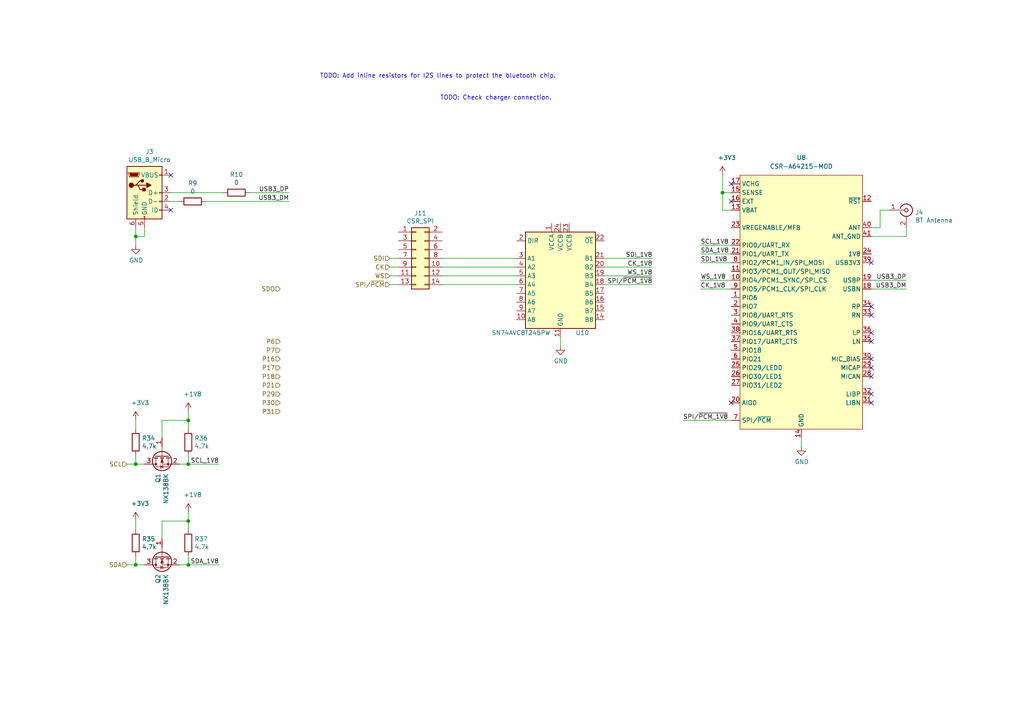
<source format=kicad_sch>
(kicad_sch (version 20201015) (generator eeschema)
  (page 1 7)
  (paper "A4")
  (lib_symbols
    (symbol "Connector:Conn_Coaxial" (pin_names (offset 1.016) hide)
      (property "Reference" "J" (at 0.254 3.048 0))
      (property "Value" "Conn_Coaxial" (at 2.921 0 90))
      (symbol "Conn_Coaxial_0_1"
        (arc (start -1.778 0.508) (end 1.778 0) (radius (at -0.0508 0) (length 1.8034) (angles 163.6 0)) (stroke (width 0.254)))
        (arc (start 1.778 0) (end -1.778 -0.508) (radius (at -0.0254 0) (length 1.8034) (angles 0 -163.8)) (stroke (width 0.254)))
        (circle (center 0 0) (radius 0.508) (stroke (width 0.2032)))
        (polyline (pts (xy -2.54 0) (xy -0.508 0)))
        (polyline (pts (xy 0 -2.54) (xy 0 -1.778)))
      )
      (symbol "Conn_Coaxial_1_1"
        (pin passive line (at -5.08 0 0) (length 2.54) (name "In") (number "1"))
        (pin passive line (at 0 -5.08 90) (length 2.54) (name "Ext") (number "2"))
      )
    )
    (symbol "Connector:USB_B_Micro" (pin_names (offset 1.016))
      (property "Reference" "J" (at -5.08 11.43 0))
      (property "Value" "USB_B_Micro" (at -5.08 8.89 0))
      (symbol "USB_B_Micro_0_1"
        (circle (center -3.81 2.159) (radius 0.635) (stroke (width 0.254)) (fill (type outline)))
        (circle (center -0.635 3.429) (radius 0.381) (stroke (width 0.254)) (fill (type outline)))
        (rectangle (start -5.08 -7.62) (end 5.08 7.62) (stroke (width 0.254)) (fill (type background)))
        (rectangle (start -0.127 -7.62) (end 0.127 -6.858))
        (rectangle (start 0.254 1.27) (end -0.508 0.508) (stroke (width 0.254)) (fill (type outline)))
        (rectangle (start 5.08 -5.207) (end 4.318 -4.953))
        (rectangle (start 5.08 -2.667) (end 4.318 -2.413))
        (rectangle (start 5.08 -0.127) (end 4.318 0.127))
        (rectangle (start 5.08 4.953) (end 4.318 5.207))
        (polyline (pts (xy -1.905 2.159) (xy 0.635 2.159)) (stroke (width 0.254)))
        (polyline (pts (xy -3.175 2.159) (xy -2.54 2.159) (xy -1.27 3.429) (xy -0.635 3.429)) (stroke (width 0.254)))
        (polyline (pts (xy -2.54 2.159) (xy -1.905 2.159) (xy -1.27 0.889) (xy 0 0.889)) (stroke (width 0.254)))
        (polyline (pts (xy 0.635 2.794) (xy 0.635 1.524) (xy 1.905 2.159) (xy 0.635 2.794)) (stroke (width 0.254)) (fill (type outline)))
        (polyline (pts (xy -4.318 5.588) (xy -1.778 5.588) (xy -2.032 4.826) (xy -4.064 4.826) (xy -4.318 5.588)) (fill (type outline)))
        (polyline (pts (xy -4.699 5.842) (xy -4.699 5.588) (xy -4.445 4.826) (xy -4.445 4.572) (xy -1.651 4.572) (xy -1.651 4.826) (xy -1.397 5.588) (xy -1.397 5.842) (xy -4.699 5.842)))
      )
      (symbol "USB_B_Micro_1_1"
        (pin power_out line (at 7.62 5.08 180) (length 2.54) (name "VBUS") (number "1"))
        (pin bidirectional line (at 7.62 -2.54 180) (length 2.54) (name "D-") (number "2"))
        (pin bidirectional line (at 7.62 0 180) (length 2.54) (name "D+") (number "3"))
        (pin passive line (at 7.62 -5.08 180) (length 2.54) (name "ID") (number "4"))
        (pin power_out line (at 0 -10.16 90) (length 2.54) (name "GND") (number "5"))
        (pin passive line (at -2.54 -10.16 90) (length 2.54) (name "Shield") (number "6"))
      )
    )
    (symbol "Connector_Generic:Conn_02x07_Odd_Even" (pin_names (offset 1.016) hide)
      (property "Reference" "J" (at 1.27 10.16 0))
      (property "Value" "Conn_02x07_Odd_Even" (at 1.27 -10.16 0))
      (symbol "Conn_02x07_Odd_Even_1_1"
        (rectangle (start -1.27 -4.953) (end 0 -5.207) (stroke (width 0.1524)))
        (rectangle (start -1.27 -7.493) (end 0 -7.747) (stroke (width 0.1524)))
        (rectangle (start -1.27 -2.413) (end 0 -2.667) (stroke (width 0.1524)))
        (rectangle (start -1.27 2.667) (end 0 2.413) (stroke (width 0.1524)))
        (rectangle (start -1.27 5.207) (end 0 4.953) (stroke (width 0.1524)))
        (rectangle (start -1.27 7.747) (end 0 7.493) (stroke (width 0.1524)))
        (rectangle (start -1.27 8.89) (end 3.81 -8.89) (stroke (width 0.254)) (fill (type background)))
        (rectangle (start -1.27 0.127) (end 0 -0.127) (stroke (width 0.1524)))
        (rectangle (start 3.81 -4.953) (end 2.54 -5.207) (stroke (width 0.1524)))
        (rectangle (start 3.81 -7.493) (end 2.54 -7.747) (stroke (width 0.1524)))
        (rectangle (start 3.81 -2.413) (end 2.54 -2.667) (stroke (width 0.1524)))
        (rectangle (start 3.81 2.667) (end 2.54 2.413) (stroke (width 0.1524)))
        (rectangle (start 3.81 5.207) (end 2.54 4.953) (stroke (width 0.1524)))
        (rectangle (start 3.81 7.747) (end 2.54 7.493) (stroke (width 0.1524)))
        (rectangle (start 3.81 0.127) (end 2.54 -0.127) (stroke (width 0.1524)))
        (pin passive line (at -5.08 7.62 0) (length 3.81) (name "Pin_1") (number "1"))
        (pin passive line (at 7.62 -2.54 180) (length 3.81) (name "Pin_10") (number "10"))
        (pin passive line (at -5.08 -5.08 0) (length 3.81) (name "Pin_11") (number "11"))
        (pin passive line (at 7.62 -5.08 180) (length 3.81) (name "Pin_12") (number "12"))
        (pin passive line (at -5.08 -7.62 0) (length 3.81) (name "Pin_13") (number "13"))
        (pin passive line (at 7.62 -7.62 180) (length 3.81) (name "Pin_14") (number "14"))
        (pin passive line (at 7.62 7.62 180) (length 3.81) (name "Pin_2") (number "2"))
        (pin passive line (at -5.08 5.08 0) (length 3.81) (name "Pin_3") (number "3"))
        (pin passive line (at 7.62 5.08 180) (length 3.81) (name "Pin_4") (number "4"))
        (pin passive line (at -5.08 2.54 0) (length 3.81) (name "Pin_5") (number "5"))
        (pin passive line (at 7.62 2.54 180) (length 3.81) (name "Pin_6") (number "6"))
        (pin passive line (at -5.08 0 0) (length 3.81) (name "Pin_7") (number "7"))
        (pin passive line (at 7.62 0 180) (length 3.81) (name "Pin_8") (number "8"))
        (pin passive line (at -5.08 -2.54 0) (length 3.81) (name "Pin_9") (number "9"))
      )
    )
    (symbol "Device:R" (pin_numbers hide) (pin_names (offset 0))
      (property "Reference" "R" (at 2.032 0 90))
      (property "Value" "R" (at 0 0 90))
      (symbol "R_0_1"
        (rectangle (start -1.016 -2.54) (end 1.016 2.54) (stroke (width 0.254)))
      )
      (symbol "R_1_1"
        (pin passive line (at 0 3.81 270) (length 1.27) (name "~") (number "1"))
        (pin passive line (at 0 -3.81 90) (length 1.27) (name "~") (number "2"))
      )
    )
    (symbol "HackAmp-Symbols:CSR-A64215-MOD"
      (property "Reference" "U" (at -15.24 39.37 0))
      (property "Value" "CSR-A64215-MOD" (at 8.89 39.37 0))
      (symbol "CSR-A64215-MOD_0_1"
        (rectangle (start -17.78 38.1) (end 17.78 -35.56) (fill (type background)))
      )
      (symbol "CSR-A64215-MOD_1_1"
        (pin bidirectional line (at -20.32 2.54 0) (length 2.54) (name "PIO6") (number "1"))
        (pin bidirectional line (at -20.32 0 0) (length 2.54) (name "PIO7") (number "2"))
        (pin bidirectional line (at -20.32 -2.54 0) (length 2.54) (name "PIO8/UART_RTS") (number "3"))
        (pin bidirectional line (at -20.32 -5.08 0) (length 2.54) (name "PIO9/UART_CTS") (number "4"))
        (pin bidirectional line (at -20.32 -12.7 0) (length 2.54) (name "PIO18") (number "5"))
        (pin bidirectional line (at -20.32 -15.24 0) (length 2.54) (name "PIO21") (number "6"))
        (pin input line (at -20.32 -33.02 0) (length 2.54) (name "SPI/~PCM") (number "7"))
        (pin bidirectional line (at -20.32 12.7 0) (length 2.54) (name "PIO2/PCM1_IN/SPI_MOSI") (number "8"))
        (pin bidirectional line (at -20.32 5.08 0) (length 2.54) (name "PIO5/PCM1_CLK/SPI_CLK") (number "9"))
        (pin bidirectional line (at -20.32 7.62 0) (length 2.54) (name "PIO4/PCM1_SYNC/SPI_CS") (number "10"))
        (pin bidirectional line (at -20.32 10.16 0) (length 2.54) (name "PIO3/PCM1_OUT/SPI_MISO") (number "11"))
        (pin input line (at 20.32 30.48 180) (length 2.54) (name "~RST") (number "12"))
        (pin power_in line (at -20.32 27.94 0) (length 2.54) (name "VBAT") (number "13"))
        (pin power_in line (at 0 -38.1 90) (length 2.54) (name "GND") (number "14"))
        (pin bidirectional line (at 20.32 5.08 180) (length 2.54) (name "USBN") (number "18"))
        (pin bidirectional line (at -20.32 22.86 0) (length 2.54) (name "VREGENABLE/MFB") (number "23"))
        (pin power_out line (at 20.32 15.24 180) (length 2.54) (name "1V8") (number "24"))
        (pin output line (at -20.32 -17.78 0) (length 2.54) (name "PIO29/LED0") (number "25"))
        (pin output line (at -20.32 -20.32 0) (length 2.54) (name "PIO30/LED1") (number "26"))
        (pin output line (at -20.32 -22.86 0) (length 2.54) (name "PIO31/LED2") (number "27"))
        (pin bidirectional line (at 20.32 -20.32 180) (length 2.54) (name "MICAN") (number "28"))
        (pin bidirectional line (at 20.32 -17.78 180) (length 2.54) (name "MICAP") (number "29"))
        (pin bidirectional line (at 20.32 -15.24 180) (length 2.54) (name "MIC_BIAS") (number "30"))
        (pin bidirectional line (at 20.32 -27.94 180) (length 2.54) (name "LIBN") (number "31"))
        (pin bidirectional line (at 20.32 -25.4 180) (length 2.54) (name "LIBP") (number "32"))
        (pin bidirectional line (at 20.32 -2.54 180) (length 2.54) (name "RN") (number "33"))
        (pin bidirectional line (at 20.32 0 180) (length 2.54) (name "RP") (number "34"))
        (pin bidirectional line (at 20.32 -10.16 180) (length 2.54) (name "LN") (number "35"))
        (pin bidirectional line (at 20.32 -7.62 180) (length 2.54) (name "LP") (number "36"))
        (pin bidirectional line (at -20.32 -10.16 0) (length 2.54) (name "PIO17/UART_CTS") (number "37"))
        (pin bidirectional line (at -20.32 -7.62 0) (length 2.54) (name "PIO16/UART_RTS") (number "38"))
        (pin power_out line (at 20.32 12.7 180) (length 2.54) (name "USB3V3") (number "39"))
        (pin passive line (at 20.32 22.86 180) (length 2.54) (name "ANT") (number "40"))
        (pin passive line (at 20.32 20.32 180) (length 2.54) (name "ANT_GND") (number "41"))
        (pin power_in line (at -20.32 35.56 0) (length 2.54) (name "VCHG") (number "17"))
        (pin output line (at -20.32 30.48 0) (length 2.54) (name "EXT") (number "16"))
        (pin input line (at -20.32 33.02 0) (length 2.54) (name "SENSE") (number "15"))
        (pin bidirectional line (at 20.32 7.62 180) (length 2.54) (name "USBP") (number "19"))
        (pin power_in line (at -20.32 -27.94 0) (length 2.54) (name "AIO0") (number "20"))
        (pin bidirectional line (at -20.32 15.24 0) (length 2.54) (name "PIO1/UART_TX") (number "21"))
        (pin bidirectional line (at -20.32 17.78 0) (length 2.54) (name "PIO0/UART_RX") (number "22"))
      )
    )
    (symbol "Logic_LevelTranslator:SN74AVC8T245PW"
      (property "Reference" "U" (at -8.89 13.97 0))
      (property "Value" "SN74AVC8T245PW" (at 12.7 13.97 0))
      (symbol "SN74AVC8T245PW_0_1"
        (rectangle (start -10.16 12.7) (end 10.16 -15.24) (stroke (width 0.254)) (fill (type background)))
      )
      (symbol "SN74AVC8T245PW_1_1"
        (pin power_in line (at -2.54 15.24 270) (length 2.54) (name "VCCA") (number "1"))
        (pin bidirectional line (at -12.7 -12.7 0) (length 2.54) (name "A8") (number "10"))
        (pin power_in line (at 0 -17.78 90) (length 2.54) (name "GND") (number "11"))
        (pin passive line (at 0 -17.78 90) (length 2.54) hide (name "GND") (number "12"))
        (pin passive line (at 0 -17.78 90) (length 2.54) hide (name "GND") (number "13"))
        (pin bidirectional line (at 12.7 -12.7 180) (length 2.54) (name "B8") (number "14"))
        (pin bidirectional line (at 12.7 -10.16 180) (length 2.54) (name "B7") (number "15"))
        (pin bidirectional line (at 12.7 -7.62 180) (length 2.54) (name "B6") (number "16"))
        (pin bidirectional line (at 12.7 -5.08 180) (length 2.54) (name "B5") (number "17"))
        (pin bidirectional line (at 12.7 -2.54 180) (length 2.54) (name "B4") (number "18"))
        (pin bidirectional line (at 12.7 0 180) (length 2.54) (name "B3") (number "19"))
        (pin input line (at -12.7 10.16 0) (length 2.54) (name "DIR") (number "2"))
        (pin bidirectional line (at 12.7 2.54 180) (length 2.54) (name "B2") (number "20"))
        (pin bidirectional line (at 12.7 5.08 180) (length 2.54) (name "B1") (number "21"))
        (pin input line (at 12.7 10.16 180) (length 2.54) (name "~OE") (number "22"))
        (pin power_in line (at 2.54 15.24 270) (length 2.54) (name "VCCB") (number "23"))
        (pin power_in line (at 0 15.24 270) (length 2.54) (name "VCCB") (number "24"))
        (pin bidirectional line (at -12.7 5.08 0) (length 2.54) (name "A1") (number "3"))
        (pin bidirectional line (at -12.7 2.54 0) (length 2.54) (name "A2") (number "4"))
        (pin bidirectional line (at -12.7 0 0) (length 2.54) (name "A3") (number "5"))
        (pin bidirectional line (at -12.7 -2.54 0) (length 2.54) (name "A4") (number "6"))
        (pin bidirectional line (at -12.7 -5.08 0) (length 2.54) (name "A5") (number "7"))
        (pin bidirectional line (at -12.7 -7.62 0) (length 2.54) (name "A6") (number "8"))
        (pin bidirectional line (at -12.7 -10.16 0) (length 2.54) (name "A7") (number "9"))
      )
    )
    (symbol "Transistor_FET:BSS138" (pin_names hide)
      (property "Reference" "Q" (at 5.08 1.905 0))
      (property "Value" "BSS138" (at 5.08 0 0))
      (symbol "BSS138_0_1"
        (circle (center 1.651 0) (radius 2.794) (stroke (width 0.254)))
        (circle (center 2.54 -1.778) (radius 0.254) (fill (type outline)))
        (circle (center 2.54 1.778) (radius 0.254) (fill (type outline)))
        (polyline (pts (xy 0.254 0) (xy -2.54 0)))
        (polyline (pts (xy 0.254 1.905) (xy 0.254 -1.905)) (stroke (width 0.254)))
        (polyline (pts (xy 0.762 -1.27) (xy 0.762 -2.286)) (stroke (width 0.254)))
        (polyline (pts (xy 0.762 0.508) (xy 0.762 -0.508)) (stroke (width 0.254)))
        (polyline (pts (xy 0.762 2.286) (xy 0.762 1.27)) (stroke (width 0.254)))
        (polyline (pts (xy 2.54 2.54) (xy 2.54 1.778)))
        (polyline (pts (xy 2.54 -2.54) (xy 2.54 0) (xy 0.762 0)))
        (polyline (pts (xy 0.762 -1.778) (xy 3.302 -1.778) (xy 3.302 1.778) (xy 0.762 1.778)))
        (polyline (pts (xy 1.016 0) (xy 2.032 0.381) (xy 2.032 -0.381) (xy 1.016 0)) (fill (type outline)))
        (polyline (pts (xy 2.794 0.508) (xy 2.921 0.381) (xy 3.683 0.381) (xy 3.81 0.254)))
        (polyline (pts (xy 3.302 0.381) (xy 2.921 -0.254) (xy 3.683 -0.254) (xy 3.302 0.381)))
      )
      (symbol "BSS138_1_1"
        (pin input line (at -5.08 0 0) (length 2.54) (name "G") (number "1"))
        (pin passive line (at 2.54 -5.08 90) (length 2.54) (name "S") (number "2"))
        (pin passive line (at 2.54 5.08 270) (length 2.54) (name "D") (number "3"))
      )
    )
    (symbol "power:+1V8" (power) (pin_names (offset 0))
      (property "Value" "+1V8" (at 0 3.556 0))
      (symbol "+1V8_0_1"
        (polyline (pts (xy -0.762 1.27) (xy 0 2.54)))
        (polyline (pts (xy 0 0) (xy 0 2.54)))
        (polyline (pts (xy 0 2.54) (xy 0.762 1.27)))
      )
      (symbol "+1V8_1_1"
        (pin power_in line (at 0 0 90) (length 0) hide (name "+1V8") (number "1"))
      )
    )
    (symbol "power:+3V3" (power) (pin_names (offset 0))
      (property "Value" "+3V3" (at 0 3.556 0))
      (symbol "+3V3_0_1"
        (polyline (pts (xy -0.762 1.27) (xy 0 2.54)))
        (polyline (pts (xy 0 0) (xy 0 2.54)))
        (polyline (pts (xy 0 2.54) (xy 0.762 1.27)))
      )
      (symbol "+3V3_1_1"
        (pin power_in line (at 0 0 90) (length 0) hide (name "+3V3") (number "1"))
      )
    )
    (symbol "power:GND" (power) (pin_names (offset 0))
      (property "Value" "GND" (at 0 -3.81 0))
      (symbol "GND_0_1"
        (polyline (pts (xy 0 0) (xy 0 -1.27) (xy 1.27 -1.27) (xy 0 -2.54) (xy -1.27 -1.27) (xy 0 -1.27)))
      )
      (symbol "GND_1_1"
        (pin power_in line (at 0 0 270) (length 0) hide (name "GND") (number "1"))
      )
    )
  )
  (junction (at 39.37 68.58) (diameter 0.9144))
  (junction (at 39.37 134.62) (diameter 0.9144))
  (junction (at 39.37 163.83) (diameter 0.9144))
  (junction (at 54.61 121.92) (diameter 0.9144))
  (junction (at 54.61 134.62) (diameter 0.9144))
  (junction (at 54.61 151.13) (diameter 0.9144))
  (junction (at 54.61 163.83) (diameter 0.9144))
  (junction (at 209.55 55.88) (diameter 0.9144))
  (no_connect (at 252.73 91.44))
  (no_connect (at 252.73 116.84))
  (no_connect (at 252.73 106.68))
  (no_connect (at 212.09 58.42))
  (no_connect (at 49.53 50.8))
  (no_connect (at 252.73 109.22))
  (no_connect (at 252.73 96.52))
  (no_connect (at 252.73 104.14))
  (no_connect (at 252.73 114.3))
  (no_connect (at 49.53 60.96))
  (no_connect (at 212.09 116.84))
  (no_connect (at 252.73 76.2))
  (no_connect (at 252.73 99.06))
  (no_connect (at 252.73 88.9))
  (no_connect (at 212.09 53.34))
  (wire (pts (xy 36.83 134.62) (xy 39.37 134.62)))
  (wire (pts (xy 36.83 163.83) (xy 39.37 163.83)))
  (wire (pts (xy 39.37 66.04) (xy 39.37 68.58)))
  (wire (pts (xy 39.37 68.58) (xy 39.37 71.12)))
  (wire (pts (xy 39.37 121.92) (xy 39.37 124.46)))
  (wire (pts (xy 39.37 132.08) (xy 39.37 134.62)))
  (wire (pts (xy 39.37 134.62) (xy 41.91 134.62)))
  (wire (pts (xy 39.37 151.13) (xy 39.37 153.67)))
  (wire (pts (xy 39.37 161.29) (xy 39.37 163.83)))
  (wire (pts (xy 39.37 163.83) (xy 41.91 163.83)))
  (wire (pts (xy 41.91 66.04) (xy 41.91 68.58)))
  (wire (pts (xy 41.91 68.58) (xy 39.37 68.58)))
  (wire (pts (xy 46.99 121.92) (xy 46.99 127)))
  (wire (pts (xy 46.99 151.13) (xy 46.99 156.21)))
  (wire (pts (xy 49.53 58.42) (xy 52.07 58.42)))
  (wire (pts (xy 54.61 119.38) (xy 54.61 121.92)))
  (wire (pts (xy 54.61 121.92) (xy 46.99 121.92)))
  (wire (pts (xy 54.61 121.92) (xy 54.61 124.46)))
  (wire (pts (xy 54.61 132.08) (xy 54.61 134.62)))
  (wire (pts (xy 54.61 134.62) (xy 52.07 134.62)))
  (wire (pts (xy 54.61 134.62) (xy 63.5 134.62)))
  (wire (pts (xy 54.61 148.59) (xy 54.61 151.13)))
  (wire (pts (xy 54.61 151.13) (xy 46.99 151.13)))
  (wire (pts (xy 54.61 151.13) (xy 54.61 153.67)))
  (wire (pts (xy 54.61 161.29) (xy 54.61 163.83)))
  (wire (pts (xy 54.61 163.83) (xy 52.07 163.83)))
  (wire (pts (xy 54.61 163.83) (xy 63.5 163.83)))
  (wire (pts (xy 59.69 58.42) (xy 83.82 58.42)))
  (wire (pts (xy 64.77 55.88) (xy 49.53 55.88)))
  (wire (pts (xy 72.39 55.88) (xy 83.82 55.88)))
  (wire (pts (xy 113.03 74.93) (xy 115.57 74.93)))
  (wire (pts (xy 113.03 77.47) (xy 115.57 77.47)))
  (wire (pts (xy 113.03 80.01) (xy 115.57 80.01)))
  (wire (pts (xy 113.03 82.55) (xy 115.57 82.55)))
  (wire (pts (xy 128.27 74.93) (xy 149.86 74.93)))
  (wire (pts (xy 128.27 77.47) (xy 149.86 77.47)))
  (wire (pts (xy 128.27 80.01) (xy 149.86 80.01)))
  (wire (pts (xy 128.27 82.55) (xy 149.86 82.55)))
  (wire (pts (xy 162.56 97.79) (xy 162.56 100.33)))
  (wire (pts (xy 175.26 74.93) (xy 189.23 74.93)))
  (wire (pts (xy 175.26 77.47) (xy 189.23 77.47)))
  (wire (pts (xy 175.26 80.01) (xy 189.23 80.01)))
  (wire (pts (xy 175.26 82.55) (xy 189.23 82.55)))
  (wire (pts (xy 198.12 121.92) (xy 212.09 121.92)))
  (wire (pts (xy 203.2 71.12) (xy 212.09 71.12)))
  (wire (pts (xy 203.2 73.66) (xy 212.09 73.66)))
  (wire (pts (xy 203.2 76.2) (xy 212.09 76.2)))
  (wire (pts (xy 203.2 81.28) (xy 212.09 81.28)))
  (wire (pts (xy 203.2 83.82) (xy 212.09 83.82)))
  (wire (pts (xy 209.55 50.8) (xy 209.55 55.88)))
  (wire (pts (xy 209.55 55.88) (xy 209.55 60.96)))
  (wire (pts (xy 209.55 55.88) (xy 212.09 55.88)))
  (wire (pts (xy 209.55 60.96) (xy 212.09 60.96)))
  (wire (pts (xy 232.41 127) (xy 232.41 129.54)))
  (wire (pts (xy 252.73 66.04) (xy 255.27 66.04)))
  (wire (pts (xy 252.73 81.28) (xy 262.89 81.28)))
  (wire (pts (xy 252.73 83.82) (xy 262.89 83.82)))
  (wire (pts (xy 255.27 60.96) (xy 257.81 60.96)))
  (wire (pts (xy 255.27 66.04) (xy 255.27 60.96)))
  (wire (pts (xy 262.89 66.04) (xy 262.89 68.58)))
  (wire (pts (xy 262.89 68.58) (xy 252.73 68.58)))
  (text "TODO: Check charger connection." (at 160.02 29.21 180) (effects (font (size 1.27 1.27)) (justify right bottom)))
  (text "TODO: Add inline resistors for I2S lines to protect the bluetooth chip." (at 161.29 22.86 0) (effects (font (size 1.27 1.27)) (justify right bottom)))
  (label "SCL_1V8" (at 63.5 134.62 180))
  (label "SDA_1V8" (at 63.5 163.83 180))
  (label "USB3_DP" (at 83.82 55.88 180))
  (label "USB3_DM" (at 83.82 58.42 180))
  (label "SDI_1V8" (at 189.23 74.93 180))
  (label "CK_1V8" (at 189.23 77.47 180))
  (label "WS_1V8" (at 189.23 80.01 180))
  (label "SPI{slash}~PCM_1V8" (at 189.23 82.55 180))
  (label "SPI{slash}~PCM_1V8" (at 198.12 121.92 0))
  (label "SCL_1V8" (at 203.2 71.12 0))
  (label "SDA_1V8" (at 203.2 73.66 0))
  (label "SDI_1V8" (at 203.2 76.2 0))
  (label "WS_1V8" (at 203.2 81.28 0))
  (label "CK_1V8" (at 203.2 83.82 0))
  (label "USB3_DP" (at 262.89 81.28 180))
  (label "USB3_DM" (at 262.89 83.82 180))
  (hierarchical_label "SCL" (shape input) (at 36.83 134.62 180))
  (hierarchical_label "SDA" (shape input) (at 36.83 163.83 180))
  (hierarchical_label "SDO" (shape input) (at 81.28 83.82 180))
  (hierarchical_label "P6" (shape input) (at 81.28 99.06 180))
  (hierarchical_label "P7" (shape input) (at 81.28 101.6 180))
  (hierarchical_label "P16" (shape input) (at 81.28 104.14 180))
  (hierarchical_label "P17" (shape input) (at 81.28 106.68 180))
  (hierarchical_label "P18" (shape input) (at 81.28 109.22 180))
  (hierarchical_label "P21" (shape input) (at 81.28 111.76 180))
  (hierarchical_label "P29" (shape input) (at 81.28 114.3 180))
  (hierarchical_label "P30" (shape input) (at 81.28 116.84 180))
  (hierarchical_label "P31" (shape input) (at 81.28 119.38 180))
  (hierarchical_label "SDI" (shape input) (at 113.03 74.93 180))
  (hierarchical_label "CK" (shape input) (at 113.03 77.47 180))
  (hierarchical_label "WS" (shape input) (at 113.03 80.01 180))
  (hierarchical_label "SPI{slash}~PCM" (shape input) (at 113.03 82.55 180))
  (symbol (lib_id "power:+3V3") (at 39.37 121.92 0) (unit 1)
    (property "Reference" "#PWR0175" (effects hide))
    (property "Value" "+3V3" (at 40.64 116.84 0))
  )
  (symbol (lib_id "power:+3V3") (at 39.37 151.13 0) (unit 1)
    (property "Reference" "#PWR0176" (effects hide))
    (property "Value" "+3V3" (at 40.64 146.05 0))
  )
  (symbol (lib_id "power:+1V8") (at 54.61 119.38 0) (unit 1)
    (property "Reference" "#PWR0174" (effects hide))
    (property "Value" "+1V8" (at 55.88 114.3 0))
  )
  (symbol (lib_id "power:+1V8") (at 54.61 148.59 0) (unit 1)
    (property "Reference" "#PWR0177" (effects hide))
    (property "Value" "+1V8" (at 55.88 143.51 0))
  )
  (symbol (lib_id "power:+3V3") (at 209.55 50.8 0) (unit 1)
    (property "Reference" "#PWR0160" (effects hide))
    (property "Value" "+3V3" (at 210.82 45.72 0))
  )
  (symbol (lib_id "power:GND") (at 39.37 71.12 0) (unit 1)
    (property "Reference" "#PWR0107" (effects hide))
    (property "Value" "GND" (at 39.497 75.5142 0))
  )
  (symbol (lib_id "power:GND") (at 162.56 100.33 0) (unit 1)
    (property "Reference" "#PWR0161" (effects hide))
    (property "Value" "GND" (at 162.687 104.7242 0))
  )
  (symbol (lib_id "power:GND") (at 232.41 129.54 0) (unit 1)
    (property "Reference" "#PWR0159" (effects hide))
    (property "Value" "GND" (at 232.537 133.9342 0))
  )
  (symbol (lib_id "Device:R") (at 39.37 128.27 0) (unit 1)
    (property "Reference" "R34" (at 41.1481 127.1206 0) (effects (justify left)))
    (property "Value" "4.7k" (at 41.148 129.419 0) (effects (justify left)))
    (property "Footprint" "Resistor_SMD:R_0603_1608Metric" (effects hide))
  )
  (symbol (lib_id "Device:R") (at 39.37 157.48 0) (unit 1)
    (property "Reference" "R35" (at 41.1481 156.3306 0) (effects (justify left)))
    (property "Value" "4.7k" (at 41.148 158.629 0) (effects (justify left)))
    (property "Footprint" "Resistor_SMD:R_0603_1608Metric" (effects hide))
  )
  (symbol (lib_id "Device:R") (at 54.61 128.27 0) (unit 1)
    (property "Reference" "R36" (at 56.3881 127.1206 0) (effects (justify left)))
    (property "Value" "4.7k" (at 56.388 129.419 0) (effects (justify left)))
    (property "Footprint" "Resistor_SMD:R_0603_1608Metric" (effects hide))
  )
  (symbol (lib_id "Device:R") (at 54.61 157.48 0) (unit 1)
    (property "Reference" "R37" (at 56.3881 156.3306 0) (effects (justify left)))
    (property "Value" "4.7k" (at 56.388 158.629 0) (effects (justify left)))
    (property "Footprint" "Resistor_SMD:R_0603_1608Metric" (effects hide))
  )
  (symbol (lib_id "Device:R") (at 55.88 58.42 270) (unit 1)
    (property "Reference" "R9" (at 55.88 53.1622 90))
    (property "Value" "0" (at 55.88 55.474 90))
    (property "Footprint" "Resistor_SMD:R_0603_1608Metric" (effects hide))
  )
  (symbol (lib_id "Device:R") (at 68.58 55.88 270) (unit 1)
    (property "Reference" "R10" (at 68.58 50.6222 90))
    (property "Value" "0" (at 68.58 52.934 90))
    (property "Footprint" "Resistor_SMD:R_0603_1608Metric" (effects hide))
  )
  (symbol (lib_id "Connector:Conn_Coaxial") (at 262.89 60.96 0) (unit 1)
    (property "Reference" "J4" (at 265.43 61.595 0) (effects (justify left)))
    (property "Value" "BT Antenna" (at 265.43 63.9064 0) (effects (justify left)))
    (property "Footprint" "Connector_Coaxial:U.FL_Hirose_U.FL-R-SMT-1_Vertical" (effects hide))
    (property "Datasheet" " ~" (effects hide))
  )
  (symbol (lib_id "Transistor_FET:BSS138") (at 46.99 132.08 90) (mirror x) (unit 1)
    (property "Reference" "Q1" (at 45.8406 137.2871 0) (effects (justify left)))
    (property "Value" "NX138BK" (at 48.139 137.287 0) (effects (justify left)))
    (property "Footprint" "Package_TO_SOT_SMD:SOT-23" (effects hide))
    (property "Datasheet" "https://www.fairchildsemi.com/datasheets/BS/BSS138.pdf" (effects hide))
  )
  (symbol (lib_id "Transistor_FET:BSS138") (at 46.99 161.29 90) (mirror x) (unit 1)
    (property "Reference" "Q2" (at 45.8406 166.4971 0) (effects (justify left)))
    (property "Value" "NX138BK" (at 48.139 166.497 0) (effects (justify left)))
    (property "Footprint" "Package_TO_SOT_SMD:SOT-23" (effects hide))
    (property "Datasheet" "https://www.fairchildsemi.com/datasheets/BS/BSS138.pdf" (effects hide))
  )
  (symbol (lib_id "Connector:USB_B_Micro") (at 41.91 55.88 0) (unit 1)
    (property "Reference" "J3" (at 43.3578 44.0182 0))
    (property "Value" "USB_B_Micro" (at 43.3578 46.3296 0))
    (property "Footprint" "Connector_USB:USB_Micro-B_Amphenol_10104110_Horizontal" (effects hide))
  )
  (symbol (lib_id "Connector_Generic:Conn_02x07_Odd_Even") (at 120.65 74.93 0) (unit 1)
    (property "Reference" "J11" (at 121.92 61.8298 0))
    (property "Value" "CSR_SPI" (at 121.92 64.129 0))
    (property "Footprint" "Connector_PinHeader_2.54mm:PinHeader_2x07_P2.54mm_Vertical_SMD" (effects hide))
  )
  (symbol (lib_id "Logic_LevelTranslator:SN74AVC8T245PW") (at 162.56 80.01 0) (unit 1)
    (property "Reference" "U10" (at 168.91 96.52 0))
    (property "Value" "SN74AVC8T245PW" (at 151.13 96.52 0))
    (property "Footprint" "Package_SO:TSSOP-24_4.4x7.8mm_P0.65mm" (effects hide))
    (property "Datasheet" "https://www.ti.com/lit/ds/symlink/sn74avc8t245.pdf" (effects hide))
  )
  (symbol (lib_id "HackAmp-Symbols:CSR-A64215-MOD") (at 232.41 88.9 0) (unit 1)
    (property "Reference" "U8" (at 232.41 45.72 0))
    (property "Value" "CSR-A64215-MOD" (at 232.41 48.26 0))
    (property "Footprint" "HackAmp-Footprints:CSRA64215" (effects hide))
  )
)
</source>
